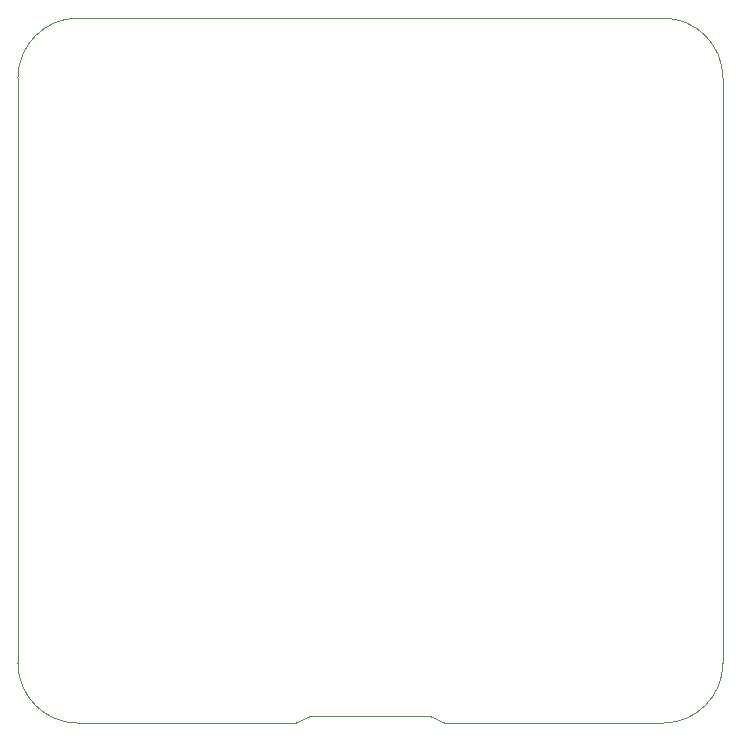
<source format=gbr>
G04 #@! TF.GenerationSoftware,KiCad,Pcbnew,(5.1.4)-1*
G04 #@! TF.CreationDate,2021-03-18T17:14:37+01:00*
G04 #@! TF.ProjectId,ESPCraft,45535043-7261-4667-942e-6b696361645f,rev?*
G04 #@! TF.SameCoordinates,Original*
G04 #@! TF.FileFunction,Profile,NP*
%FSLAX46Y46*%
G04 Gerber Fmt 4.6, Leading zero omitted, Abs format (unit mm)*
G04 Created by KiCad (PCBNEW (5.1.4)-1) date 2021-03-18 17:14:37*
%MOMM*%
%LPD*%
G04 APERTURE LIST*
%ADD10C,0.050000*%
G04 APERTURE END LIST*
D10*
X137160000Y-132715000D02*
X138430000Y-132080000D01*
X149860000Y-132715000D02*
X148590000Y-132080000D01*
X149860000Y-132715000D02*
X151130000Y-132715000D01*
X138430000Y-132080000D02*
X148590000Y-132080000D01*
X135890000Y-132715000D02*
X137160000Y-132715000D01*
X168275000Y-132715000D02*
X151130000Y-132715000D01*
X168275000Y-73025000D02*
G75*
G02X173355000Y-78105000I0J-5080000D01*
G01*
X173355000Y-127635000D02*
G75*
G02X168275000Y-132715000I-5080000J0D01*
G01*
X118745000Y-132715000D02*
G75*
G02X113665000Y-127635000I0J5080000D01*
G01*
X113665000Y-78105000D02*
G75*
G02X118745000Y-73025000I5080000J0D01*
G01*
X113665000Y-127635000D02*
X113665000Y-78105000D01*
X135890000Y-132715000D02*
X118745000Y-132715000D01*
X173355000Y-78105000D02*
X173355000Y-127635000D01*
X118745000Y-73025000D02*
X168275000Y-73025000D01*
M02*

</source>
